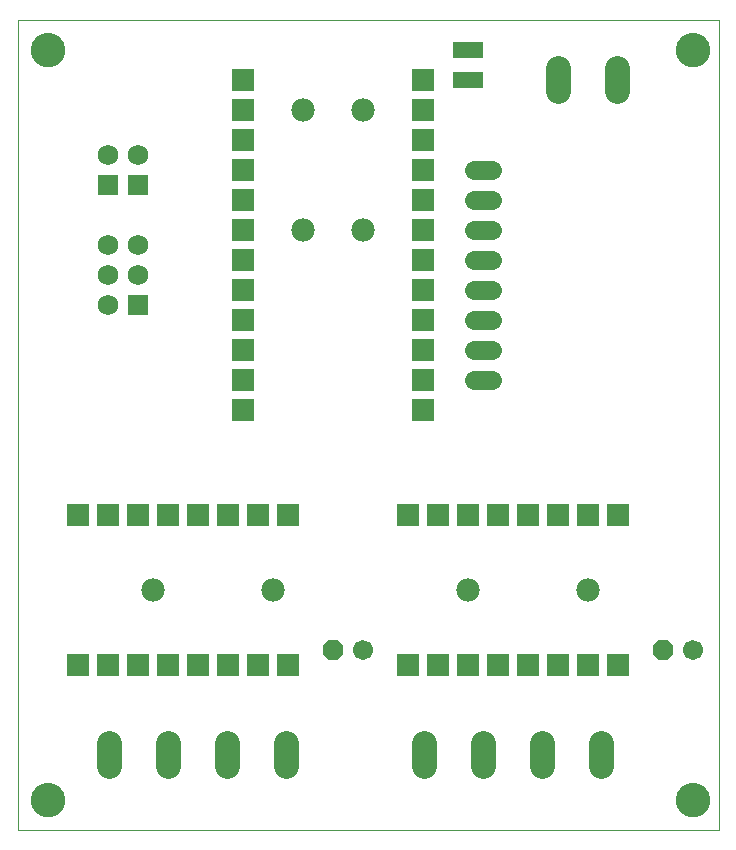
<source format=gbs>
G75*
%MOIN*%
%OFA0B0*%
%FSLAX25Y25*%
%IPPOS*%
%LPD*%
%AMOC8*
5,1,8,0,0,1.08239X$1,22.5*
%
%ADD10C,0.00000*%
%ADD11C,0.11424*%
%ADD12R,0.07400X0.07400*%
%ADD13C,0.08200*%
%ADD14C,0.07800*%
%ADD15R,0.10400X0.05400*%
%ADD16C,0.06400*%
%ADD17OC8,0.06700*%
%ADD18C,0.06700*%
%ADD19R,0.06900X0.06900*%
%ADD20C,0.06900*%
D10*
X0002600Y0002600D02*
X0002600Y0272561D01*
X0236301Y0272561D01*
X0236301Y0002600D01*
X0002600Y0002600D01*
X0007088Y0012600D02*
X0007090Y0012748D01*
X0007096Y0012896D01*
X0007106Y0013044D01*
X0007120Y0013191D01*
X0007138Y0013338D01*
X0007159Y0013484D01*
X0007185Y0013630D01*
X0007215Y0013775D01*
X0007248Y0013919D01*
X0007286Y0014062D01*
X0007327Y0014204D01*
X0007372Y0014345D01*
X0007420Y0014485D01*
X0007473Y0014624D01*
X0007529Y0014761D01*
X0007589Y0014896D01*
X0007652Y0015030D01*
X0007719Y0015162D01*
X0007790Y0015292D01*
X0007864Y0015420D01*
X0007941Y0015546D01*
X0008022Y0015670D01*
X0008106Y0015792D01*
X0008193Y0015911D01*
X0008284Y0016028D01*
X0008378Y0016143D01*
X0008474Y0016255D01*
X0008574Y0016365D01*
X0008676Y0016471D01*
X0008782Y0016575D01*
X0008890Y0016676D01*
X0009001Y0016774D01*
X0009114Y0016870D01*
X0009230Y0016962D01*
X0009348Y0017051D01*
X0009469Y0017136D01*
X0009592Y0017219D01*
X0009717Y0017298D01*
X0009844Y0017374D01*
X0009973Y0017446D01*
X0010104Y0017515D01*
X0010237Y0017580D01*
X0010372Y0017641D01*
X0010508Y0017699D01*
X0010645Y0017754D01*
X0010784Y0017804D01*
X0010925Y0017851D01*
X0011066Y0017894D01*
X0011209Y0017934D01*
X0011353Y0017969D01*
X0011497Y0018001D01*
X0011643Y0018028D01*
X0011789Y0018052D01*
X0011936Y0018072D01*
X0012083Y0018088D01*
X0012230Y0018100D01*
X0012378Y0018108D01*
X0012526Y0018112D01*
X0012674Y0018112D01*
X0012822Y0018108D01*
X0012970Y0018100D01*
X0013117Y0018088D01*
X0013264Y0018072D01*
X0013411Y0018052D01*
X0013557Y0018028D01*
X0013703Y0018001D01*
X0013847Y0017969D01*
X0013991Y0017934D01*
X0014134Y0017894D01*
X0014275Y0017851D01*
X0014416Y0017804D01*
X0014555Y0017754D01*
X0014692Y0017699D01*
X0014828Y0017641D01*
X0014963Y0017580D01*
X0015096Y0017515D01*
X0015227Y0017446D01*
X0015356Y0017374D01*
X0015483Y0017298D01*
X0015608Y0017219D01*
X0015731Y0017136D01*
X0015852Y0017051D01*
X0015970Y0016962D01*
X0016086Y0016870D01*
X0016199Y0016774D01*
X0016310Y0016676D01*
X0016418Y0016575D01*
X0016524Y0016471D01*
X0016626Y0016365D01*
X0016726Y0016255D01*
X0016822Y0016143D01*
X0016916Y0016028D01*
X0017007Y0015911D01*
X0017094Y0015792D01*
X0017178Y0015670D01*
X0017259Y0015546D01*
X0017336Y0015420D01*
X0017410Y0015292D01*
X0017481Y0015162D01*
X0017548Y0015030D01*
X0017611Y0014896D01*
X0017671Y0014761D01*
X0017727Y0014624D01*
X0017780Y0014485D01*
X0017828Y0014345D01*
X0017873Y0014204D01*
X0017914Y0014062D01*
X0017952Y0013919D01*
X0017985Y0013775D01*
X0018015Y0013630D01*
X0018041Y0013484D01*
X0018062Y0013338D01*
X0018080Y0013191D01*
X0018094Y0013044D01*
X0018104Y0012896D01*
X0018110Y0012748D01*
X0018112Y0012600D01*
X0018110Y0012452D01*
X0018104Y0012304D01*
X0018094Y0012156D01*
X0018080Y0012009D01*
X0018062Y0011862D01*
X0018041Y0011716D01*
X0018015Y0011570D01*
X0017985Y0011425D01*
X0017952Y0011281D01*
X0017914Y0011138D01*
X0017873Y0010996D01*
X0017828Y0010855D01*
X0017780Y0010715D01*
X0017727Y0010576D01*
X0017671Y0010439D01*
X0017611Y0010304D01*
X0017548Y0010170D01*
X0017481Y0010038D01*
X0017410Y0009908D01*
X0017336Y0009780D01*
X0017259Y0009654D01*
X0017178Y0009530D01*
X0017094Y0009408D01*
X0017007Y0009289D01*
X0016916Y0009172D01*
X0016822Y0009057D01*
X0016726Y0008945D01*
X0016626Y0008835D01*
X0016524Y0008729D01*
X0016418Y0008625D01*
X0016310Y0008524D01*
X0016199Y0008426D01*
X0016086Y0008330D01*
X0015970Y0008238D01*
X0015852Y0008149D01*
X0015731Y0008064D01*
X0015608Y0007981D01*
X0015483Y0007902D01*
X0015356Y0007826D01*
X0015227Y0007754D01*
X0015096Y0007685D01*
X0014963Y0007620D01*
X0014828Y0007559D01*
X0014692Y0007501D01*
X0014555Y0007446D01*
X0014416Y0007396D01*
X0014275Y0007349D01*
X0014134Y0007306D01*
X0013991Y0007266D01*
X0013847Y0007231D01*
X0013703Y0007199D01*
X0013557Y0007172D01*
X0013411Y0007148D01*
X0013264Y0007128D01*
X0013117Y0007112D01*
X0012970Y0007100D01*
X0012822Y0007092D01*
X0012674Y0007088D01*
X0012526Y0007088D01*
X0012378Y0007092D01*
X0012230Y0007100D01*
X0012083Y0007112D01*
X0011936Y0007128D01*
X0011789Y0007148D01*
X0011643Y0007172D01*
X0011497Y0007199D01*
X0011353Y0007231D01*
X0011209Y0007266D01*
X0011066Y0007306D01*
X0010925Y0007349D01*
X0010784Y0007396D01*
X0010645Y0007446D01*
X0010508Y0007501D01*
X0010372Y0007559D01*
X0010237Y0007620D01*
X0010104Y0007685D01*
X0009973Y0007754D01*
X0009844Y0007826D01*
X0009717Y0007902D01*
X0009592Y0007981D01*
X0009469Y0008064D01*
X0009348Y0008149D01*
X0009230Y0008238D01*
X0009114Y0008330D01*
X0009001Y0008426D01*
X0008890Y0008524D01*
X0008782Y0008625D01*
X0008676Y0008729D01*
X0008574Y0008835D01*
X0008474Y0008945D01*
X0008378Y0009057D01*
X0008284Y0009172D01*
X0008193Y0009289D01*
X0008106Y0009408D01*
X0008022Y0009530D01*
X0007941Y0009654D01*
X0007864Y0009780D01*
X0007790Y0009908D01*
X0007719Y0010038D01*
X0007652Y0010170D01*
X0007589Y0010304D01*
X0007529Y0010439D01*
X0007473Y0010576D01*
X0007420Y0010715D01*
X0007372Y0010855D01*
X0007327Y0010996D01*
X0007286Y0011138D01*
X0007248Y0011281D01*
X0007215Y0011425D01*
X0007185Y0011570D01*
X0007159Y0011716D01*
X0007138Y0011862D01*
X0007120Y0012009D01*
X0007106Y0012156D01*
X0007096Y0012304D01*
X0007090Y0012452D01*
X0007088Y0012600D01*
X0007088Y0262600D02*
X0007090Y0262748D01*
X0007096Y0262896D01*
X0007106Y0263044D01*
X0007120Y0263191D01*
X0007138Y0263338D01*
X0007159Y0263484D01*
X0007185Y0263630D01*
X0007215Y0263775D01*
X0007248Y0263919D01*
X0007286Y0264062D01*
X0007327Y0264204D01*
X0007372Y0264345D01*
X0007420Y0264485D01*
X0007473Y0264624D01*
X0007529Y0264761D01*
X0007589Y0264896D01*
X0007652Y0265030D01*
X0007719Y0265162D01*
X0007790Y0265292D01*
X0007864Y0265420D01*
X0007941Y0265546D01*
X0008022Y0265670D01*
X0008106Y0265792D01*
X0008193Y0265911D01*
X0008284Y0266028D01*
X0008378Y0266143D01*
X0008474Y0266255D01*
X0008574Y0266365D01*
X0008676Y0266471D01*
X0008782Y0266575D01*
X0008890Y0266676D01*
X0009001Y0266774D01*
X0009114Y0266870D01*
X0009230Y0266962D01*
X0009348Y0267051D01*
X0009469Y0267136D01*
X0009592Y0267219D01*
X0009717Y0267298D01*
X0009844Y0267374D01*
X0009973Y0267446D01*
X0010104Y0267515D01*
X0010237Y0267580D01*
X0010372Y0267641D01*
X0010508Y0267699D01*
X0010645Y0267754D01*
X0010784Y0267804D01*
X0010925Y0267851D01*
X0011066Y0267894D01*
X0011209Y0267934D01*
X0011353Y0267969D01*
X0011497Y0268001D01*
X0011643Y0268028D01*
X0011789Y0268052D01*
X0011936Y0268072D01*
X0012083Y0268088D01*
X0012230Y0268100D01*
X0012378Y0268108D01*
X0012526Y0268112D01*
X0012674Y0268112D01*
X0012822Y0268108D01*
X0012970Y0268100D01*
X0013117Y0268088D01*
X0013264Y0268072D01*
X0013411Y0268052D01*
X0013557Y0268028D01*
X0013703Y0268001D01*
X0013847Y0267969D01*
X0013991Y0267934D01*
X0014134Y0267894D01*
X0014275Y0267851D01*
X0014416Y0267804D01*
X0014555Y0267754D01*
X0014692Y0267699D01*
X0014828Y0267641D01*
X0014963Y0267580D01*
X0015096Y0267515D01*
X0015227Y0267446D01*
X0015356Y0267374D01*
X0015483Y0267298D01*
X0015608Y0267219D01*
X0015731Y0267136D01*
X0015852Y0267051D01*
X0015970Y0266962D01*
X0016086Y0266870D01*
X0016199Y0266774D01*
X0016310Y0266676D01*
X0016418Y0266575D01*
X0016524Y0266471D01*
X0016626Y0266365D01*
X0016726Y0266255D01*
X0016822Y0266143D01*
X0016916Y0266028D01*
X0017007Y0265911D01*
X0017094Y0265792D01*
X0017178Y0265670D01*
X0017259Y0265546D01*
X0017336Y0265420D01*
X0017410Y0265292D01*
X0017481Y0265162D01*
X0017548Y0265030D01*
X0017611Y0264896D01*
X0017671Y0264761D01*
X0017727Y0264624D01*
X0017780Y0264485D01*
X0017828Y0264345D01*
X0017873Y0264204D01*
X0017914Y0264062D01*
X0017952Y0263919D01*
X0017985Y0263775D01*
X0018015Y0263630D01*
X0018041Y0263484D01*
X0018062Y0263338D01*
X0018080Y0263191D01*
X0018094Y0263044D01*
X0018104Y0262896D01*
X0018110Y0262748D01*
X0018112Y0262600D01*
X0018110Y0262452D01*
X0018104Y0262304D01*
X0018094Y0262156D01*
X0018080Y0262009D01*
X0018062Y0261862D01*
X0018041Y0261716D01*
X0018015Y0261570D01*
X0017985Y0261425D01*
X0017952Y0261281D01*
X0017914Y0261138D01*
X0017873Y0260996D01*
X0017828Y0260855D01*
X0017780Y0260715D01*
X0017727Y0260576D01*
X0017671Y0260439D01*
X0017611Y0260304D01*
X0017548Y0260170D01*
X0017481Y0260038D01*
X0017410Y0259908D01*
X0017336Y0259780D01*
X0017259Y0259654D01*
X0017178Y0259530D01*
X0017094Y0259408D01*
X0017007Y0259289D01*
X0016916Y0259172D01*
X0016822Y0259057D01*
X0016726Y0258945D01*
X0016626Y0258835D01*
X0016524Y0258729D01*
X0016418Y0258625D01*
X0016310Y0258524D01*
X0016199Y0258426D01*
X0016086Y0258330D01*
X0015970Y0258238D01*
X0015852Y0258149D01*
X0015731Y0258064D01*
X0015608Y0257981D01*
X0015483Y0257902D01*
X0015356Y0257826D01*
X0015227Y0257754D01*
X0015096Y0257685D01*
X0014963Y0257620D01*
X0014828Y0257559D01*
X0014692Y0257501D01*
X0014555Y0257446D01*
X0014416Y0257396D01*
X0014275Y0257349D01*
X0014134Y0257306D01*
X0013991Y0257266D01*
X0013847Y0257231D01*
X0013703Y0257199D01*
X0013557Y0257172D01*
X0013411Y0257148D01*
X0013264Y0257128D01*
X0013117Y0257112D01*
X0012970Y0257100D01*
X0012822Y0257092D01*
X0012674Y0257088D01*
X0012526Y0257088D01*
X0012378Y0257092D01*
X0012230Y0257100D01*
X0012083Y0257112D01*
X0011936Y0257128D01*
X0011789Y0257148D01*
X0011643Y0257172D01*
X0011497Y0257199D01*
X0011353Y0257231D01*
X0011209Y0257266D01*
X0011066Y0257306D01*
X0010925Y0257349D01*
X0010784Y0257396D01*
X0010645Y0257446D01*
X0010508Y0257501D01*
X0010372Y0257559D01*
X0010237Y0257620D01*
X0010104Y0257685D01*
X0009973Y0257754D01*
X0009844Y0257826D01*
X0009717Y0257902D01*
X0009592Y0257981D01*
X0009469Y0258064D01*
X0009348Y0258149D01*
X0009230Y0258238D01*
X0009114Y0258330D01*
X0009001Y0258426D01*
X0008890Y0258524D01*
X0008782Y0258625D01*
X0008676Y0258729D01*
X0008574Y0258835D01*
X0008474Y0258945D01*
X0008378Y0259057D01*
X0008284Y0259172D01*
X0008193Y0259289D01*
X0008106Y0259408D01*
X0008022Y0259530D01*
X0007941Y0259654D01*
X0007864Y0259780D01*
X0007790Y0259908D01*
X0007719Y0260038D01*
X0007652Y0260170D01*
X0007589Y0260304D01*
X0007529Y0260439D01*
X0007473Y0260576D01*
X0007420Y0260715D01*
X0007372Y0260855D01*
X0007327Y0260996D01*
X0007286Y0261138D01*
X0007248Y0261281D01*
X0007215Y0261425D01*
X0007185Y0261570D01*
X0007159Y0261716D01*
X0007138Y0261862D01*
X0007120Y0262009D01*
X0007106Y0262156D01*
X0007096Y0262304D01*
X0007090Y0262452D01*
X0007088Y0262600D01*
X0222088Y0262600D02*
X0222090Y0262748D01*
X0222096Y0262896D01*
X0222106Y0263044D01*
X0222120Y0263191D01*
X0222138Y0263338D01*
X0222159Y0263484D01*
X0222185Y0263630D01*
X0222215Y0263775D01*
X0222248Y0263919D01*
X0222286Y0264062D01*
X0222327Y0264204D01*
X0222372Y0264345D01*
X0222420Y0264485D01*
X0222473Y0264624D01*
X0222529Y0264761D01*
X0222589Y0264896D01*
X0222652Y0265030D01*
X0222719Y0265162D01*
X0222790Y0265292D01*
X0222864Y0265420D01*
X0222941Y0265546D01*
X0223022Y0265670D01*
X0223106Y0265792D01*
X0223193Y0265911D01*
X0223284Y0266028D01*
X0223378Y0266143D01*
X0223474Y0266255D01*
X0223574Y0266365D01*
X0223676Y0266471D01*
X0223782Y0266575D01*
X0223890Y0266676D01*
X0224001Y0266774D01*
X0224114Y0266870D01*
X0224230Y0266962D01*
X0224348Y0267051D01*
X0224469Y0267136D01*
X0224592Y0267219D01*
X0224717Y0267298D01*
X0224844Y0267374D01*
X0224973Y0267446D01*
X0225104Y0267515D01*
X0225237Y0267580D01*
X0225372Y0267641D01*
X0225508Y0267699D01*
X0225645Y0267754D01*
X0225784Y0267804D01*
X0225925Y0267851D01*
X0226066Y0267894D01*
X0226209Y0267934D01*
X0226353Y0267969D01*
X0226497Y0268001D01*
X0226643Y0268028D01*
X0226789Y0268052D01*
X0226936Y0268072D01*
X0227083Y0268088D01*
X0227230Y0268100D01*
X0227378Y0268108D01*
X0227526Y0268112D01*
X0227674Y0268112D01*
X0227822Y0268108D01*
X0227970Y0268100D01*
X0228117Y0268088D01*
X0228264Y0268072D01*
X0228411Y0268052D01*
X0228557Y0268028D01*
X0228703Y0268001D01*
X0228847Y0267969D01*
X0228991Y0267934D01*
X0229134Y0267894D01*
X0229275Y0267851D01*
X0229416Y0267804D01*
X0229555Y0267754D01*
X0229692Y0267699D01*
X0229828Y0267641D01*
X0229963Y0267580D01*
X0230096Y0267515D01*
X0230227Y0267446D01*
X0230356Y0267374D01*
X0230483Y0267298D01*
X0230608Y0267219D01*
X0230731Y0267136D01*
X0230852Y0267051D01*
X0230970Y0266962D01*
X0231086Y0266870D01*
X0231199Y0266774D01*
X0231310Y0266676D01*
X0231418Y0266575D01*
X0231524Y0266471D01*
X0231626Y0266365D01*
X0231726Y0266255D01*
X0231822Y0266143D01*
X0231916Y0266028D01*
X0232007Y0265911D01*
X0232094Y0265792D01*
X0232178Y0265670D01*
X0232259Y0265546D01*
X0232336Y0265420D01*
X0232410Y0265292D01*
X0232481Y0265162D01*
X0232548Y0265030D01*
X0232611Y0264896D01*
X0232671Y0264761D01*
X0232727Y0264624D01*
X0232780Y0264485D01*
X0232828Y0264345D01*
X0232873Y0264204D01*
X0232914Y0264062D01*
X0232952Y0263919D01*
X0232985Y0263775D01*
X0233015Y0263630D01*
X0233041Y0263484D01*
X0233062Y0263338D01*
X0233080Y0263191D01*
X0233094Y0263044D01*
X0233104Y0262896D01*
X0233110Y0262748D01*
X0233112Y0262600D01*
X0233110Y0262452D01*
X0233104Y0262304D01*
X0233094Y0262156D01*
X0233080Y0262009D01*
X0233062Y0261862D01*
X0233041Y0261716D01*
X0233015Y0261570D01*
X0232985Y0261425D01*
X0232952Y0261281D01*
X0232914Y0261138D01*
X0232873Y0260996D01*
X0232828Y0260855D01*
X0232780Y0260715D01*
X0232727Y0260576D01*
X0232671Y0260439D01*
X0232611Y0260304D01*
X0232548Y0260170D01*
X0232481Y0260038D01*
X0232410Y0259908D01*
X0232336Y0259780D01*
X0232259Y0259654D01*
X0232178Y0259530D01*
X0232094Y0259408D01*
X0232007Y0259289D01*
X0231916Y0259172D01*
X0231822Y0259057D01*
X0231726Y0258945D01*
X0231626Y0258835D01*
X0231524Y0258729D01*
X0231418Y0258625D01*
X0231310Y0258524D01*
X0231199Y0258426D01*
X0231086Y0258330D01*
X0230970Y0258238D01*
X0230852Y0258149D01*
X0230731Y0258064D01*
X0230608Y0257981D01*
X0230483Y0257902D01*
X0230356Y0257826D01*
X0230227Y0257754D01*
X0230096Y0257685D01*
X0229963Y0257620D01*
X0229828Y0257559D01*
X0229692Y0257501D01*
X0229555Y0257446D01*
X0229416Y0257396D01*
X0229275Y0257349D01*
X0229134Y0257306D01*
X0228991Y0257266D01*
X0228847Y0257231D01*
X0228703Y0257199D01*
X0228557Y0257172D01*
X0228411Y0257148D01*
X0228264Y0257128D01*
X0228117Y0257112D01*
X0227970Y0257100D01*
X0227822Y0257092D01*
X0227674Y0257088D01*
X0227526Y0257088D01*
X0227378Y0257092D01*
X0227230Y0257100D01*
X0227083Y0257112D01*
X0226936Y0257128D01*
X0226789Y0257148D01*
X0226643Y0257172D01*
X0226497Y0257199D01*
X0226353Y0257231D01*
X0226209Y0257266D01*
X0226066Y0257306D01*
X0225925Y0257349D01*
X0225784Y0257396D01*
X0225645Y0257446D01*
X0225508Y0257501D01*
X0225372Y0257559D01*
X0225237Y0257620D01*
X0225104Y0257685D01*
X0224973Y0257754D01*
X0224844Y0257826D01*
X0224717Y0257902D01*
X0224592Y0257981D01*
X0224469Y0258064D01*
X0224348Y0258149D01*
X0224230Y0258238D01*
X0224114Y0258330D01*
X0224001Y0258426D01*
X0223890Y0258524D01*
X0223782Y0258625D01*
X0223676Y0258729D01*
X0223574Y0258835D01*
X0223474Y0258945D01*
X0223378Y0259057D01*
X0223284Y0259172D01*
X0223193Y0259289D01*
X0223106Y0259408D01*
X0223022Y0259530D01*
X0222941Y0259654D01*
X0222864Y0259780D01*
X0222790Y0259908D01*
X0222719Y0260038D01*
X0222652Y0260170D01*
X0222589Y0260304D01*
X0222529Y0260439D01*
X0222473Y0260576D01*
X0222420Y0260715D01*
X0222372Y0260855D01*
X0222327Y0260996D01*
X0222286Y0261138D01*
X0222248Y0261281D01*
X0222215Y0261425D01*
X0222185Y0261570D01*
X0222159Y0261716D01*
X0222138Y0261862D01*
X0222120Y0262009D01*
X0222106Y0262156D01*
X0222096Y0262304D01*
X0222090Y0262452D01*
X0222088Y0262600D01*
X0222088Y0012600D02*
X0222090Y0012748D01*
X0222096Y0012896D01*
X0222106Y0013044D01*
X0222120Y0013191D01*
X0222138Y0013338D01*
X0222159Y0013484D01*
X0222185Y0013630D01*
X0222215Y0013775D01*
X0222248Y0013919D01*
X0222286Y0014062D01*
X0222327Y0014204D01*
X0222372Y0014345D01*
X0222420Y0014485D01*
X0222473Y0014624D01*
X0222529Y0014761D01*
X0222589Y0014896D01*
X0222652Y0015030D01*
X0222719Y0015162D01*
X0222790Y0015292D01*
X0222864Y0015420D01*
X0222941Y0015546D01*
X0223022Y0015670D01*
X0223106Y0015792D01*
X0223193Y0015911D01*
X0223284Y0016028D01*
X0223378Y0016143D01*
X0223474Y0016255D01*
X0223574Y0016365D01*
X0223676Y0016471D01*
X0223782Y0016575D01*
X0223890Y0016676D01*
X0224001Y0016774D01*
X0224114Y0016870D01*
X0224230Y0016962D01*
X0224348Y0017051D01*
X0224469Y0017136D01*
X0224592Y0017219D01*
X0224717Y0017298D01*
X0224844Y0017374D01*
X0224973Y0017446D01*
X0225104Y0017515D01*
X0225237Y0017580D01*
X0225372Y0017641D01*
X0225508Y0017699D01*
X0225645Y0017754D01*
X0225784Y0017804D01*
X0225925Y0017851D01*
X0226066Y0017894D01*
X0226209Y0017934D01*
X0226353Y0017969D01*
X0226497Y0018001D01*
X0226643Y0018028D01*
X0226789Y0018052D01*
X0226936Y0018072D01*
X0227083Y0018088D01*
X0227230Y0018100D01*
X0227378Y0018108D01*
X0227526Y0018112D01*
X0227674Y0018112D01*
X0227822Y0018108D01*
X0227970Y0018100D01*
X0228117Y0018088D01*
X0228264Y0018072D01*
X0228411Y0018052D01*
X0228557Y0018028D01*
X0228703Y0018001D01*
X0228847Y0017969D01*
X0228991Y0017934D01*
X0229134Y0017894D01*
X0229275Y0017851D01*
X0229416Y0017804D01*
X0229555Y0017754D01*
X0229692Y0017699D01*
X0229828Y0017641D01*
X0229963Y0017580D01*
X0230096Y0017515D01*
X0230227Y0017446D01*
X0230356Y0017374D01*
X0230483Y0017298D01*
X0230608Y0017219D01*
X0230731Y0017136D01*
X0230852Y0017051D01*
X0230970Y0016962D01*
X0231086Y0016870D01*
X0231199Y0016774D01*
X0231310Y0016676D01*
X0231418Y0016575D01*
X0231524Y0016471D01*
X0231626Y0016365D01*
X0231726Y0016255D01*
X0231822Y0016143D01*
X0231916Y0016028D01*
X0232007Y0015911D01*
X0232094Y0015792D01*
X0232178Y0015670D01*
X0232259Y0015546D01*
X0232336Y0015420D01*
X0232410Y0015292D01*
X0232481Y0015162D01*
X0232548Y0015030D01*
X0232611Y0014896D01*
X0232671Y0014761D01*
X0232727Y0014624D01*
X0232780Y0014485D01*
X0232828Y0014345D01*
X0232873Y0014204D01*
X0232914Y0014062D01*
X0232952Y0013919D01*
X0232985Y0013775D01*
X0233015Y0013630D01*
X0233041Y0013484D01*
X0233062Y0013338D01*
X0233080Y0013191D01*
X0233094Y0013044D01*
X0233104Y0012896D01*
X0233110Y0012748D01*
X0233112Y0012600D01*
X0233110Y0012452D01*
X0233104Y0012304D01*
X0233094Y0012156D01*
X0233080Y0012009D01*
X0233062Y0011862D01*
X0233041Y0011716D01*
X0233015Y0011570D01*
X0232985Y0011425D01*
X0232952Y0011281D01*
X0232914Y0011138D01*
X0232873Y0010996D01*
X0232828Y0010855D01*
X0232780Y0010715D01*
X0232727Y0010576D01*
X0232671Y0010439D01*
X0232611Y0010304D01*
X0232548Y0010170D01*
X0232481Y0010038D01*
X0232410Y0009908D01*
X0232336Y0009780D01*
X0232259Y0009654D01*
X0232178Y0009530D01*
X0232094Y0009408D01*
X0232007Y0009289D01*
X0231916Y0009172D01*
X0231822Y0009057D01*
X0231726Y0008945D01*
X0231626Y0008835D01*
X0231524Y0008729D01*
X0231418Y0008625D01*
X0231310Y0008524D01*
X0231199Y0008426D01*
X0231086Y0008330D01*
X0230970Y0008238D01*
X0230852Y0008149D01*
X0230731Y0008064D01*
X0230608Y0007981D01*
X0230483Y0007902D01*
X0230356Y0007826D01*
X0230227Y0007754D01*
X0230096Y0007685D01*
X0229963Y0007620D01*
X0229828Y0007559D01*
X0229692Y0007501D01*
X0229555Y0007446D01*
X0229416Y0007396D01*
X0229275Y0007349D01*
X0229134Y0007306D01*
X0228991Y0007266D01*
X0228847Y0007231D01*
X0228703Y0007199D01*
X0228557Y0007172D01*
X0228411Y0007148D01*
X0228264Y0007128D01*
X0228117Y0007112D01*
X0227970Y0007100D01*
X0227822Y0007092D01*
X0227674Y0007088D01*
X0227526Y0007088D01*
X0227378Y0007092D01*
X0227230Y0007100D01*
X0227083Y0007112D01*
X0226936Y0007128D01*
X0226789Y0007148D01*
X0226643Y0007172D01*
X0226497Y0007199D01*
X0226353Y0007231D01*
X0226209Y0007266D01*
X0226066Y0007306D01*
X0225925Y0007349D01*
X0225784Y0007396D01*
X0225645Y0007446D01*
X0225508Y0007501D01*
X0225372Y0007559D01*
X0225237Y0007620D01*
X0225104Y0007685D01*
X0224973Y0007754D01*
X0224844Y0007826D01*
X0224717Y0007902D01*
X0224592Y0007981D01*
X0224469Y0008064D01*
X0224348Y0008149D01*
X0224230Y0008238D01*
X0224114Y0008330D01*
X0224001Y0008426D01*
X0223890Y0008524D01*
X0223782Y0008625D01*
X0223676Y0008729D01*
X0223574Y0008835D01*
X0223474Y0008945D01*
X0223378Y0009057D01*
X0223284Y0009172D01*
X0223193Y0009289D01*
X0223106Y0009408D01*
X0223022Y0009530D01*
X0222941Y0009654D01*
X0222864Y0009780D01*
X0222790Y0009908D01*
X0222719Y0010038D01*
X0222652Y0010170D01*
X0222589Y0010304D01*
X0222529Y0010439D01*
X0222473Y0010576D01*
X0222420Y0010715D01*
X0222372Y0010855D01*
X0222327Y0010996D01*
X0222286Y0011138D01*
X0222248Y0011281D01*
X0222215Y0011425D01*
X0222185Y0011570D01*
X0222159Y0011716D01*
X0222138Y0011862D01*
X0222120Y0012009D01*
X0222106Y0012156D01*
X0222096Y0012304D01*
X0222090Y0012452D01*
X0222088Y0012600D01*
D11*
X0227600Y0012600D03*
X0012600Y0012600D03*
X0012600Y0262600D03*
X0227600Y0262600D03*
D12*
X0137600Y0252600D03*
X0137600Y0242600D03*
X0137600Y0232600D03*
X0137600Y0222600D03*
X0137600Y0212600D03*
X0137600Y0202600D03*
X0137600Y0192600D03*
X0137600Y0182600D03*
X0137600Y0172600D03*
X0137600Y0162600D03*
X0137600Y0152600D03*
X0137600Y0142600D03*
X0132600Y0107600D03*
X0142600Y0107600D03*
X0152600Y0107600D03*
X0162600Y0107600D03*
X0172600Y0107600D03*
X0182600Y0107600D03*
X0192600Y0107600D03*
X0202600Y0107600D03*
X0202600Y0057600D03*
X0192600Y0057600D03*
X0182600Y0057600D03*
X0172600Y0057600D03*
X0162600Y0057600D03*
X0152600Y0057600D03*
X0142600Y0057600D03*
X0132600Y0057600D03*
X0092600Y0057600D03*
X0082600Y0057600D03*
X0072600Y0057600D03*
X0062600Y0057600D03*
X0052600Y0057600D03*
X0042600Y0057600D03*
X0032600Y0057600D03*
X0022600Y0057600D03*
X0022600Y0107600D03*
X0032600Y0107600D03*
X0042600Y0107600D03*
X0052600Y0107600D03*
X0062600Y0107600D03*
X0072600Y0107600D03*
X0082600Y0107600D03*
X0092600Y0107600D03*
X0077600Y0142600D03*
X0077600Y0152600D03*
X0077600Y0162600D03*
X0077600Y0172600D03*
X0077600Y0182600D03*
X0077600Y0192600D03*
X0077600Y0202600D03*
X0077600Y0212600D03*
X0077600Y0222600D03*
X0077600Y0232600D03*
X0077600Y0242600D03*
X0077600Y0252600D03*
D13*
X0182700Y0256500D02*
X0182700Y0248700D01*
X0202500Y0248700D02*
X0202500Y0256500D01*
X0197200Y0031500D02*
X0197200Y0023700D01*
X0177400Y0023700D02*
X0177400Y0031500D01*
X0157800Y0031500D02*
X0157800Y0023700D01*
X0138000Y0023700D02*
X0138000Y0031500D01*
X0092200Y0031500D02*
X0092200Y0023700D01*
X0072400Y0023700D02*
X0072400Y0031500D01*
X0052800Y0031500D02*
X0052800Y0023700D01*
X0033000Y0023700D02*
X0033000Y0031500D01*
D14*
X0047600Y0082600D03*
X0087600Y0082600D03*
X0152600Y0082600D03*
X0192600Y0082600D03*
X0117600Y0202600D03*
X0097600Y0202600D03*
X0097600Y0242600D03*
X0117600Y0242600D03*
D15*
X0152600Y0252600D03*
X0152600Y0262600D03*
D16*
X0154600Y0222600D02*
X0160600Y0222600D01*
X0160600Y0212600D02*
X0154600Y0212600D01*
X0154600Y0202600D02*
X0160600Y0202600D01*
X0160600Y0192600D02*
X0154600Y0192600D01*
X0154600Y0182600D02*
X0160600Y0182600D01*
X0160600Y0172600D02*
X0154600Y0172600D01*
X0154600Y0162600D02*
X0160600Y0162600D01*
X0160600Y0152600D02*
X0154600Y0152600D01*
D17*
X0107600Y0062600D03*
X0217600Y0062600D03*
D18*
X0227600Y0062600D03*
X0117600Y0062600D03*
D19*
X0042600Y0177600D03*
X0042600Y0217600D03*
X0032600Y0217600D03*
D20*
X0032600Y0227600D03*
X0042600Y0227600D03*
X0042600Y0197600D03*
X0042600Y0187600D03*
X0032600Y0187600D03*
X0032600Y0197600D03*
X0032600Y0177600D03*
M02*

</source>
